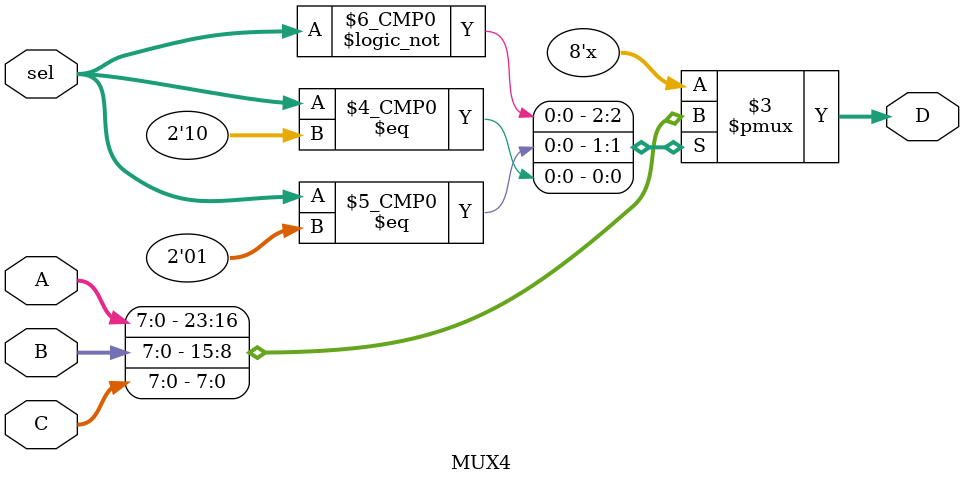
<source format=v>
module MUX4(A, B, C, sel, D);
    input [7:0] A;
    input [7:0] B;
    input [7:0] C;
    input [1:0]sel;
    output reg [7:0]D;

    always @(*)begin
        case(sel)
            2'b00: D = A;
            2'b01: D = B;
            2'b10: D = C;
        endcase
    end
endmodule

</source>
